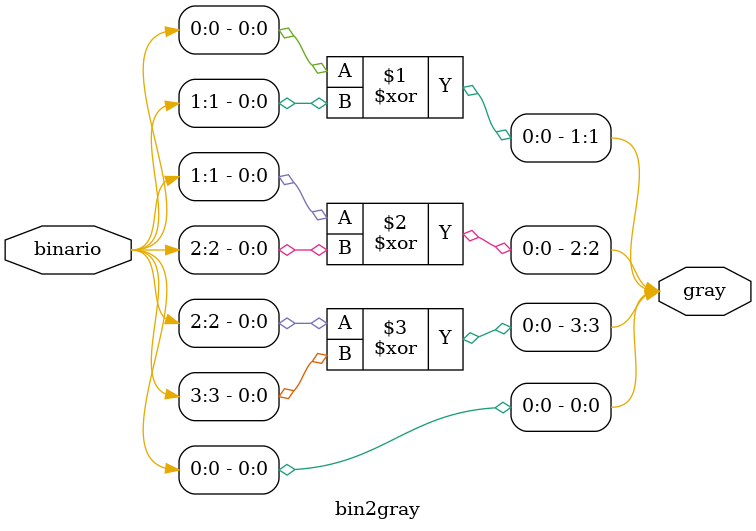
<source format=v>
module bin2gray(
    input wire [0:3] binario,
    output wire [0:3] gray
);
assign gray[0] = binario[0];
assign gray[1] = binario[0] ^ binario[1];
assign gray[2] = binario[1] ^ binario[2];
assign gray[3] = binario[2] ^ binario[3];
endmodule
</source>
